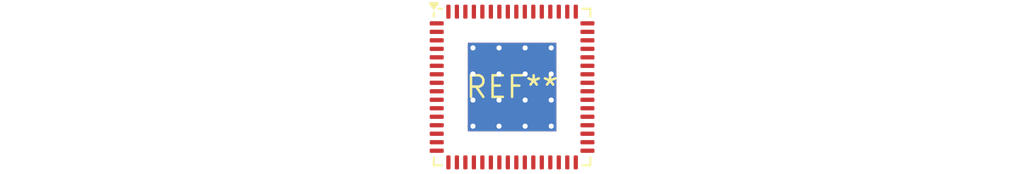
<source format=kicad_pcb>
(kicad_pcb (version 20240108) (generator pcbnew)
  (layers (0 "F.Cu" signal) (31 "B.Cu" signal) (34 "B.Paste" user) (35 "F.Paste" user) (36 "B.SilkS" user "B.Silkscreen") (37 "F.SilkS" user "F.Silkscreen") (38 "B.Mask" user) (39 "F.Mask" user) (44 "Edge.Cuts" user))
  (net 0 "")
  (footprint "LFCSP-64-1EP_9x9mm_P0.5mm_EP5.21x5.21mm_ThermalVias" (layer "F.Cu") (at 0 0)
    (property "Reference" "REF**")
    (property "Value" "LFCSP-64-1EP_9x9mm_P0.5mm_EP5.21x5.21mm_ThermalVias")
    (fp_line (start -4.61 -4.135) (end -4.61 -4.37) (layer "F.SilkS") (stroke (width 0.12)))
    (fp_line (start -4.61 4.61) (end -4.61 4.135) (layer "F.SilkS") (stroke (width 0.12)))
    (fp_line (start -4.135 -4.61) (end -4.31 -4.61) (layer "F.SilkS") (stroke (width 0.12)))
    (fp_line (start -4.135 4.61) (end -4.61 4.61) (layer "F.SilkS") (stroke (width 0.12)))
    (fp_line (start 4.135 -4.61) (end 4.61 -4.61) (layer "F.SilkS") (stroke (width 0.12)))
    (fp_line (start 4.135 4.61) (end 4.61 4.61) (layer "F.SilkS") (stroke (width 0.12)))
    (fp_line (start 4.61 -4.61) (end 4.61 -4.135) (layer "F.SilkS") (stroke (width 0.12)))
    (fp_line (start 4.61 4.61) (end 4.61 4.135) (layer "F.SilkS") (stroke (width 0.12)))
    (fp_poly (pts (xy -4.61 -4.61) (xy -4.85 -4.94) (xy -4.37 -4.94) (xy -4.61 -4.61)) (layer "F.SilkS") (stroke (width 0.12)) (fill solid))
    (pad "1" smd roundrect (at -4.4375 -3.75) (size 0.825 0.25) (layers "F.Cu" "F.Paste" "F.Mask"))
    (pad "2" smd roundrect (at -4.4375 -3.25) (size 0.825 0.25) (layers "F.Cu" "F.Paste" "F.Mask"))
    (pad "3" smd roundrect (at -4.4375 -2.75) (size 0.825 0.25) (layers "F.Cu" "F.Paste" "F.Mask"))
    (pad "4" smd roundrect (at -4.4375 -2.25) (size 0.825 0.25) (layers "F.Cu" "F.Paste" "F.Mask"))
    (pad "5" smd roundrect (at -4.4375 -1.75) (size 0.825 0.25) (layers "F.Cu" "F.Paste" "F.Mask"))
    (pad "6" smd roundrect (at -4.4375 -1.25) (size 0.825 0.25) (layers "F.Cu" "F.Paste" "F.Mask"))
    (pad "7" smd roundrect (at -4.4375 -0.75) (size 0.825 0.25) (layers "F.Cu" "F.Paste" "F.Mask"))
    (pad "8" smd roundrect (at -4.4375 -0.25) (size 0.825 0.25) (layers "F.Cu" "F.Paste" "F.Mask"))
    (pad "9" smd roundrect (at -4.4375 0.25) (size 0.825 0.25) (layers "F.Cu" "F.Paste" "F.Mask"))
    (pad "10" smd roundrect (at -4.4375 0.75) (size 0.825 0.25) (layers "F.Cu" "F.Paste" "F.Mask"))
    (pad "11" smd roundrect (at -4.4375 1.25) (size 0.825 0.25) (layers "F.Cu" "F.Paste" "F.Mask"))
    (pad "12" smd roundrect (at -4.4375 1.75) (size 0.825 0.25) (layers "F.Cu" "F.Paste" "F.Mask"))
    (pad "13" smd roundrect (at -4.4375 2.25) (size 0.825 0.25) (layers "F.Cu" "F.Paste" "F.Mask"))
    (pad "14" smd roundrect (at -4.4375 2.75) (size 0.825 0.25) (layers "F.Cu" "F.Paste" "F.Mask"))
    (pad "15" smd roundrect (at -4.4375 3.25) (size 0.825 0.25) (layers "F.Cu" "F.Paste" "F.Mask"))
    (pad "16" smd roundrect (at -4.4375 3.75) (size 0.825 0.25) (layers "F.Cu" "F.Paste" "F.Mask"))
    (pad "17" smd roundrect (at -3.75 4.4375) (size 0.25 0.825) (layers "F.Cu" "F.Paste" "F.Mask"))
    (pad "18" smd roundrect (at -3.25 4.4375) (size 0.25 0.825) (layers "F.Cu" "F.Paste" "F.Mask"))
    (pad "19" smd roundrect (at -2.75 4.4375) (size 0.25 0.825) (layers "F.Cu" "F.Paste" "F.Mask"))
    (pad "20" smd roundrect (at -2.25 4.4375) (size 0.25 0.825) (layers "F.Cu" "F.Paste" "F.Mask"))
    (pad "21" smd roundrect (at -1.75 4.4375) (size 0.25 0.825) (layers "F.Cu" "F.Paste" "F.Mask"))
    (pad "22" smd roundrect (at -1.25 4.4375) (size 0.25 0.825) (layers "F.Cu" "F.Paste" "F.Mask"))
    (pad "23" smd roundrect (at -0.75 4.4375) (size 0.25 0.825) (layers "F.Cu" "F.Paste" "F.Mask"))
    (pad "24" smd roundrect (at -0.25 4.4375) (size 0.25 0.825) (layers "F.Cu" "F.Paste" "F.Mask"))
    (pad "25" smd roundrect (at 0.25 4.4375) (size 0.25 0.825) (layers "F.Cu" "F.Paste" "F.Mask"))
    (pad "26" smd roundrect (at 0.75 4.4375) (size 0.25 0.825) (layers "F.Cu" "F.Paste" "F.Mask"))
    (pad "27" smd roundrect (at 1.25 4.4375) (size 0.25 0.825) (layers "F.Cu" "F.Paste" "F.Mask"))
    (pad "28" smd roundrect (at 1.75 4.4375) (size 0.25 0.825) (layers "F.Cu" "F.Paste" "F.Mask"))
    (pad "29" smd roundrect (at 2.25 4.4375) (size 0.25 0.825) (layers "F.Cu" "F.Paste" "F.Mask"))
    (pad "30" smd roundrect (at 2.75 4.4375) (size 0.25 0.825) (layers "F.Cu" "F.Paste" "F.Mask"))
    (pad "31" smd roundrect (at 3.25 4.4375) (size 0.25 0.825) (layers "F.Cu" "F.Paste" "F.Mask"))
    (pad "32" smd roundrect (at 3.75 4.4375) (size 0.25 0.825) (layers "F.Cu" "F.Paste" "F.Mask"))
    (pad "33" smd roundrect (at 4.4375 3.75) (size 0.825 0.25) (layers "F.Cu" "F.Paste" "F.Mask"))
    (pad "34" smd roundrect (at 4.4375 3.25) (size 0.825 0.25) (layers "F.Cu" "F.Paste" "F.Mask"))
    (pad "35" smd roundrect (at 4.4375 2.75) (size 0.825 0.25) (layers "F.Cu" "F.Paste" "F.Mask"))
    (pad "36" smd roundrect (at 4.4375 2.25) (size 0.825 0.25) (layers "F.Cu" "F.Paste" "F.Mask"))
    (pad "37" smd roundrect (at 4.4375 1.75) (size 0.825 0.25) (layers "F.Cu" "F.Paste" "F.Mask"))
    (pad "38" smd roundrect (at 4.4375 1.25) (size 0.825 0.25) (layers "F.Cu" "F.Paste" "F.Mask"))
    (pad "39" smd roundrect (at 4.4375 0.75) (size 0.825 0.25) (layers "F.Cu" "F.Paste" "F.Mask"))
    (pad "40" smd roundrect (at 4.4375 0.25) (size 0.825 0.25) (layers "F.Cu" "F.Paste" "F.Mask"))
    (pad "41" smd roundrect (at 4.4375 -0.25) (size 0.825 0.25) (layers "F.Cu" "F.Paste" "F.Mask"))
    (pad "42" smd roundrect (at 4.4375 -0.75) (size 0.825 0.25) (layers "F.Cu" "F.Paste" "F.Mask"))
    (pad "43" smd roundrect (at 4.4375 -1.25) (size 0.825 0.25) (layers "F.Cu" "F.Paste" "F.Mask"))
    (pad "44" smd roundrect (at 4.4375 -1.75) (size 0.825 0.25) (layers "F.Cu" "F.Paste" "F.Mask"))
    (pad "45" smd roundrect (at 4.4375 -2.25) (size 0.825 0.25) (layers "F.Cu" "F.Paste" "F.Mask"))
    (pad "46" smd roundrect (at 4.4375 -2.75) (size 0.825 0.25) (layers "F.Cu" "F.Paste" "F.Mask"))
    (pad "47" smd roundrect (at 4.4375 -3.25) (size 0.825 0.25) (layers "F.Cu" "F.Paste" "F.Mask"))
    (pad "48" smd roundrect (at 4.4375 -3.75) (size 0.825 0.25) (layers "F.Cu" "F.Paste" "F.Mask"))
    (pad "49" smd roundrect (at 3.75 -4.4375) (size 0.25 0.825) (layers "F.Cu" "F.Paste" "F.Mask"))
    (pad "50" smd roundrect (at 3.25 -4.4375) (size 0.25 0.825) (layers "F.Cu" "F.Paste" "F.Mask"))
    (pad "51" smd roundrect (at 2.75 -4.4375) (size 0.25 0.825) (layers "F.Cu" "F.Paste" "F.Mask"))
    (pad "52" smd roundrect (at 2.25 -4.4375) (size 0.25 0.825) (layers "F.Cu" "F.Paste" "F.Mask"))
    (pad "53" smd roundrect (at 1.75 -4.4375) (size 0.25 0.825) (layers "F.Cu" "F.Paste" "F.Mask"))
    (pad "54" smd roundrect (at 1.25 -4.4375) (size 0.25 0.825) (layers "F.Cu" "F.Paste" "F.Mask"))
    (pad "55" smd roundrect (at 0.75 -4.4375) (size 0.25 0.825) (layers "F.Cu" "F.Paste" "F.Mask"))
    (pad "56" smd roundrect (at 0.25 -4.4375) (size 0.25 0.825) (layers "F.Cu" "F.Paste" "F.Mask"))
    (pad "57" smd roundrect (at -0.25 -4.4375) (size 0.25 0.825) (layers "F.Cu" "F.Paste" "F.Mask"))
    (pad "58" smd roundrect (at -0.75 -4.4375) (size 0.25 0.825) (layers "F.Cu" "F.Paste" "F.Mask"))
    (pad "59" smd roundrect (at -1.25 -4.4375) (size 0.25 0.825) (layers "F.Cu" "F.Paste" "F.Mask"))
    (pad "60" smd roundrect (at -1.75 -4.4375) (size 0.25 0.825) (layers "F.Cu" "F.Paste" "F.Mask"))
    (pad "61" smd roundrect (at -2.25 -4.4375) (size 0.25 0.825) (layers "F.Cu" "F.Paste" "F.Mask"))
    (pad "62" smd roundrect (at -2.75 -4.4375) (size 0.25 0.825) (layers "F.Cu" "F.Paste" "F.Mask"))
    (pad "63" smd roundrect (at -3.25 -4.4375) (size 0.25 0.825) (layers "F.Cu" "F.Paste" "F.Mask"))
    (pad "64" smd roundrect (at -3.75 -4.4375) (size 0.25 0.825) (layers "F.Cu" "F.Paste" "F.Mask"))
    (pad "65" thru_hole circle (at -2.305 -2.305) (size 0.6 0.6) (drill 0.3) (property pad_prop_heatsink) (layers *.Cu) (remove_unused_layers))
    (pad "65" thru_hole circle (at -2.305 -0.768333) (size 0.6 0.6) (drill 0.3) (property pad_prop_heatsink) (layers *.Cu) (remove_unused_layers))
    (pad "65" thru_hole circle (at -2.305 0.768333) (size 0.6 0.6) (drill 0.3) (property pad_prop_heatsink) (layers *.Cu) (remove_unused_layers))
    (pad "65" thru_hole circle (at -2.305 2.305) (size 0.6 0.6) (drill 0.3) (property pad_prop_heatsink) (layers *.Cu) (remove_unused_layers))
    (pad "65" thru_hole circle (at -0.768333 -2.305) (size 0.6 0.6) (drill 0.3) (property pad_prop_heatsink) (layers *.Cu) (remove_unused_layers))
    (pad "65" thru_hole circle (at -0.768333 -0.768333) (size 0.6 0.6) (drill 0.3) (property pad_prop_heatsink) (layers *.Cu) (remove_unused_layers))
    (pad "65" thru_hole circle (at -0.768333 0.768333) (size 0.6 0.6) (drill 0.3) (property pad_prop_heatsink) (layers *.Cu) (remove_unused_layers))
    (pad "65" thru_hole circle (at -0.768333 2.305) (size 0.6 0.6) (drill 0.3) (property pad_prop_heatsink) (layers *.Cu) (remove_unused_layers))
    (pad "65" smd rect (at 0 0) (size 5.21 5.21) (property pad_prop_heatsink) (layers "F.Cu" "F.Mask"))
    (pad "65" smd rect (at 0 0) (size 5.21 5.21) (property pad_prop_heatsink) (layers "B.Cu"))
    (pad "65" thru_hole circle (at 0.768333 -2.305) (size 0.6 0.6) (drill 0.3) (property pad_prop_heatsink) (layers *.Cu) (remove_unused_layers))
    (pad "65" thru_hole circle (at 0.768333 -0.768333) (size 0.6 0.6) (drill 0.3) (property pad_prop_heatsink) (layers *.Cu) (remove_unused_layers))
    (pad "65" thru_hole circle (at 0.768333 0.768333) (size 0.6 0.6) (drill 0.3) (property pad_prop_heatsink) (layers *.Cu) (remove_unused_layers))
    (pad "65" thru_hole circle (at 0.768333 2.305) (size 0.6 0.6) (drill 0.3) (property pad_prop_heatsink) (layers *.Cu) (remove_unused_layers))
    (pad "65" thru_hole circle (at 2.305 -2.305) (size 0.6 0.6) (drill 0.3) (property pad_prop_heatsink) (layers *.Cu) (remove_unused_layers))
    (pad "65" thru_hole circle (at 2.305 -0.768333) (size 0.6 0.6) (drill 0.3) (property pad_prop_heatsink) (layers *.Cu) (remove_unused_layers))
    (pad "65" thru_hole circle (at 2.305 0.768333) (size 0.6 0.6) (drill 0.3) (property pad_prop_heatsink) (layers *.Cu) (remove_unused_layers))
    (pad "65" thru_hole circle (at 2.305 2.305) (size 0.6 0.6) (drill 0.3) (property pad_prop_heatsink) (layers *.Cu) (remove_unused_layers))
  )
)
</source>
